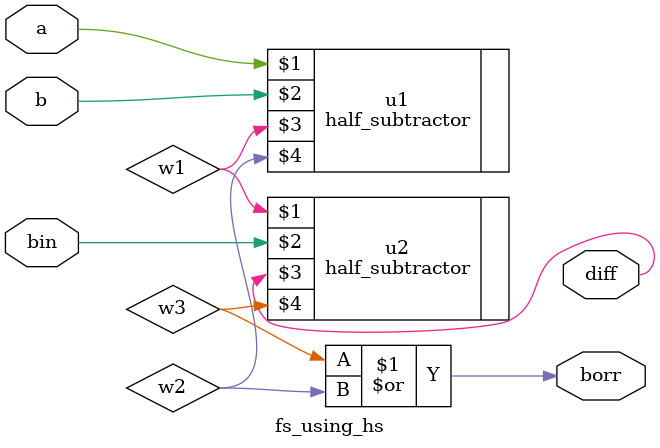
<source format=v>
module fs_using_hs(
input a,b,bin,
output diff,borr
);
wire w1,w2,w3;

half_subtractor u1(a,b,w1,w2);
half_subtractor u2(w1,bin,diff,w3);
or u3(borr,w3,w2);

endmodule

</source>
